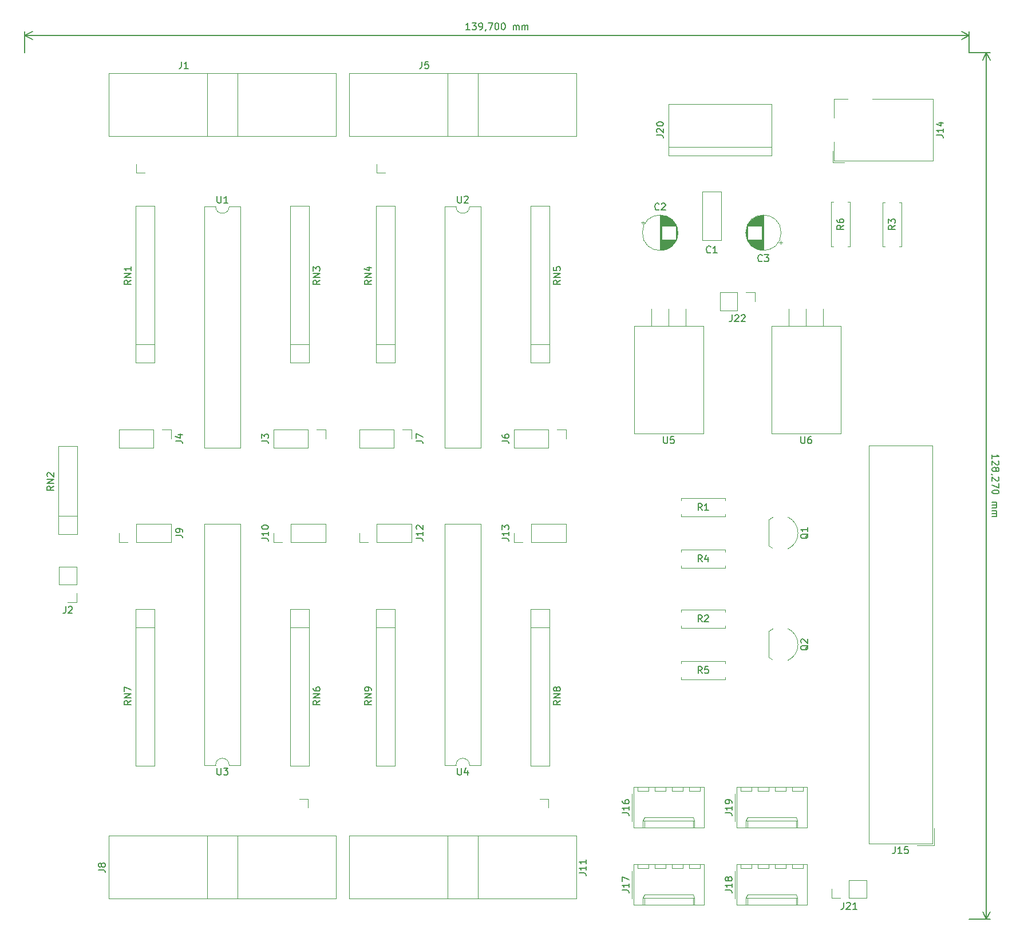
<source format=gbr>
G04 #@! TF.GenerationSoftware,KiCad,Pcbnew,(5.1.5)-3*
G04 #@! TF.CreationDate,2020-02-05T09:48:48+01:00*
G04 #@! TF.ProjectId,FGINT-V3-MASTER-64,4647494e-542d-4563-932d-4d4153544552,rev?*
G04 #@! TF.SameCoordinates,Original*
G04 #@! TF.FileFunction,Legend,Top*
G04 #@! TF.FilePolarity,Positive*
%FSLAX46Y46*%
G04 Gerber Fmt 4.6, Leading zero omitted, Abs format (unit mm)*
G04 Created by KiCad (PCBNEW (5.1.5)-3) date 2020-02-05 09:48:48*
%MOMM*%
%LPD*%
G04 APERTURE LIST*
%ADD10C,0.150000*%
%ADD11C,0.120000*%
G04 APERTURE END LIST*
D10*
X176292380Y-28362380D02*
X175720952Y-28362380D01*
X176006666Y-28362380D02*
X176006666Y-27362380D01*
X175911428Y-27505238D01*
X175816190Y-27600476D01*
X175720952Y-27648095D01*
X176625714Y-27362380D02*
X177244761Y-27362380D01*
X176911428Y-27743333D01*
X177054285Y-27743333D01*
X177149523Y-27790952D01*
X177197142Y-27838571D01*
X177244761Y-27933809D01*
X177244761Y-28171904D01*
X177197142Y-28267142D01*
X177149523Y-28314761D01*
X177054285Y-28362380D01*
X176768571Y-28362380D01*
X176673333Y-28314761D01*
X176625714Y-28267142D01*
X177720952Y-28362380D02*
X177911428Y-28362380D01*
X178006666Y-28314761D01*
X178054285Y-28267142D01*
X178149523Y-28124285D01*
X178197142Y-27933809D01*
X178197142Y-27552857D01*
X178149523Y-27457619D01*
X178101904Y-27410000D01*
X178006666Y-27362380D01*
X177816190Y-27362380D01*
X177720952Y-27410000D01*
X177673333Y-27457619D01*
X177625714Y-27552857D01*
X177625714Y-27790952D01*
X177673333Y-27886190D01*
X177720952Y-27933809D01*
X177816190Y-27981428D01*
X178006666Y-27981428D01*
X178101904Y-27933809D01*
X178149523Y-27886190D01*
X178197142Y-27790952D01*
X178673333Y-28314761D02*
X178673333Y-28362380D01*
X178625714Y-28457619D01*
X178578095Y-28505238D01*
X179006666Y-27362380D02*
X179673333Y-27362380D01*
X179244761Y-28362380D01*
X180244761Y-27362380D02*
X180340000Y-27362380D01*
X180435238Y-27410000D01*
X180482857Y-27457619D01*
X180530476Y-27552857D01*
X180578095Y-27743333D01*
X180578095Y-27981428D01*
X180530476Y-28171904D01*
X180482857Y-28267142D01*
X180435238Y-28314761D01*
X180340000Y-28362380D01*
X180244761Y-28362380D01*
X180149523Y-28314761D01*
X180101904Y-28267142D01*
X180054285Y-28171904D01*
X180006666Y-27981428D01*
X180006666Y-27743333D01*
X180054285Y-27552857D01*
X180101904Y-27457619D01*
X180149523Y-27410000D01*
X180244761Y-27362380D01*
X181197142Y-27362380D02*
X181292380Y-27362380D01*
X181387619Y-27410000D01*
X181435238Y-27457619D01*
X181482857Y-27552857D01*
X181530476Y-27743333D01*
X181530476Y-27981428D01*
X181482857Y-28171904D01*
X181435238Y-28267142D01*
X181387619Y-28314761D01*
X181292380Y-28362380D01*
X181197142Y-28362380D01*
X181101904Y-28314761D01*
X181054285Y-28267142D01*
X181006666Y-28171904D01*
X180959047Y-27981428D01*
X180959047Y-27743333D01*
X181006666Y-27552857D01*
X181054285Y-27457619D01*
X181101904Y-27410000D01*
X181197142Y-27362380D01*
X182720952Y-28362380D02*
X182720952Y-27695714D01*
X182720952Y-27790952D02*
X182768571Y-27743333D01*
X182863809Y-27695714D01*
X183006666Y-27695714D01*
X183101904Y-27743333D01*
X183149523Y-27838571D01*
X183149523Y-28362380D01*
X183149523Y-27838571D02*
X183197142Y-27743333D01*
X183292380Y-27695714D01*
X183435238Y-27695714D01*
X183530476Y-27743333D01*
X183578095Y-27838571D01*
X183578095Y-28362380D01*
X184054285Y-28362380D02*
X184054285Y-27695714D01*
X184054285Y-27790952D02*
X184101904Y-27743333D01*
X184197142Y-27695714D01*
X184340000Y-27695714D01*
X184435238Y-27743333D01*
X184482857Y-27838571D01*
X184482857Y-28362380D01*
X184482857Y-27838571D02*
X184530476Y-27743333D01*
X184625714Y-27695714D01*
X184768571Y-27695714D01*
X184863809Y-27743333D01*
X184911428Y-27838571D01*
X184911428Y-28362380D01*
X110490000Y-29210000D02*
X250190000Y-29210000D01*
X110490000Y-31750000D02*
X110490000Y-28623579D01*
X250190000Y-31750000D02*
X250190000Y-28623579D01*
X250190000Y-29210000D02*
X249063496Y-29796421D01*
X250190000Y-29210000D02*
X249063496Y-28623579D01*
X110490000Y-29210000D02*
X111616504Y-29796421D01*
X110490000Y-29210000D02*
X111616504Y-28623579D01*
X253577619Y-91837380D02*
X253577619Y-91265952D01*
X253577619Y-91551666D02*
X254577619Y-91551666D01*
X254434761Y-91456428D01*
X254339523Y-91361190D01*
X254291904Y-91265952D01*
X254482380Y-92218333D02*
X254530000Y-92265952D01*
X254577619Y-92361190D01*
X254577619Y-92599285D01*
X254530000Y-92694523D01*
X254482380Y-92742142D01*
X254387142Y-92789761D01*
X254291904Y-92789761D01*
X254149047Y-92742142D01*
X253577619Y-92170714D01*
X253577619Y-92789761D01*
X254149047Y-93361190D02*
X254196666Y-93265952D01*
X254244285Y-93218333D01*
X254339523Y-93170714D01*
X254387142Y-93170714D01*
X254482380Y-93218333D01*
X254530000Y-93265952D01*
X254577619Y-93361190D01*
X254577619Y-93551666D01*
X254530000Y-93646904D01*
X254482380Y-93694523D01*
X254387142Y-93742142D01*
X254339523Y-93742142D01*
X254244285Y-93694523D01*
X254196666Y-93646904D01*
X254149047Y-93551666D01*
X254149047Y-93361190D01*
X254101428Y-93265952D01*
X254053809Y-93218333D01*
X253958571Y-93170714D01*
X253768095Y-93170714D01*
X253672857Y-93218333D01*
X253625238Y-93265952D01*
X253577619Y-93361190D01*
X253577619Y-93551666D01*
X253625238Y-93646904D01*
X253672857Y-93694523D01*
X253768095Y-93742142D01*
X253958571Y-93742142D01*
X254053809Y-93694523D01*
X254101428Y-93646904D01*
X254149047Y-93551666D01*
X253625238Y-94218333D02*
X253577619Y-94218333D01*
X253482380Y-94170714D01*
X253434761Y-94123095D01*
X254482380Y-94599285D02*
X254530000Y-94646904D01*
X254577619Y-94742142D01*
X254577619Y-94980238D01*
X254530000Y-95075476D01*
X254482380Y-95123095D01*
X254387142Y-95170714D01*
X254291904Y-95170714D01*
X254149047Y-95123095D01*
X253577619Y-94551666D01*
X253577619Y-95170714D01*
X254577619Y-95504047D02*
X254577619Y-96170714D01*
X253577619Y-95742142D01*
X254577619Y-96742142D02*
X254577619Y-96837380D01*
X254530000Y-96932619D01*
X254482380Y-96980238D01*
X254387142Y-97027857D01*
X254196666Y-97075476D01*
X253958571Y-97075476D01*
X253768095Y-97027857D01*
X253672857Y-96980238D01*
X253625238Y-96932619D01*
X253577619Y-96837380D01*
X253577619Y-96742142D01*
X253625238Y-96646904D01*
X253672857Y-96599285D01*
X253768095Y-96551666D01*
X253958571Y-96504047D01*
X254196666Y-96504047D01*
X254387142Y-96551666D01*
X254482380Y-96599285D01*
X254530000Y-96646904D01*
X254577619Y-96742142D01*
X253577619Y-98265952D02*
X254244285Y-98265952D01*
X254149047Y-98265952D02*
X254196666Y-98313571D01*
X254244285Y-98408809D01*
X254244285Y-98551666D01*
X254196666Y-98646904D01*
X254101428Y-98694523D01*
X253577619Y-98694523D01*
X254101428Y-98694523D02*
X254196666Y-98742142D01*
X254244285Y-98837380D01*
X254244285Y-98980238D01*
X254196666Y-99075476D01*
X254101428Y-99123095D01*
X253577619Y-99123095D01*
X253577619Y-99599285D02*
X254244285Y-99599285D01*
X254149047Y-99599285D02*
X254196666Y-99646904D01*
X254244285Y-99742142D01*
X254244285Y-99885000D01*
X254196666Y-99980238D01*
X254101428Y-100027857D01*
X253577619Y-100027857D01*
X254101428Y-100027857D02*
X254196666Y-100075476D01*
X254244285Y-100170714D01*
X254244285Y-100313571D01*
X254196666Y-100408809D01*
X254101428Y-100456428D01*
X253577619Y-100456428D01*
X252730000Y-31750000D02*
X252730000Y-160020000D01*
X250190000Y-31750000D02*
X253316421Y-31750000D01*
X250190000Y-160020000D02*
X253316421Y-160020000D01*
X252730000Y-160020000D02*
X252143579Y-158893496D01*
X252730000Y-160020000D02*
X253316421Y-158893496D01*
X252730000Y-31750000D02*
X252143579Y-32876504D01*
X252730000Y-31750000D02*
X253316421Y-32876504D01*
D11*
X221137736Y-121682383D02*
G75*
G02X220550000Y-121290000I1112264J2302383D01*
G01*
X223348807Y-121736400D02*
G75*
G03X224850000Y-119380000I-1098807J2356400D01*
G01*
X223348807Y-117023600D02*
G75*
G02X224850000Y-119380000I-1098807J-2356400D01*
G01*
X221127955Y-117057369D02*
G75*
G03X220550000Y-117440000I1122045J-2322631D01*
G01*
X220550000Y-117440000D02*
X220550000Y-121290000D01*
X221137736Y-105172383D02*
G75*
G02X220550000Y-104780000I1112264J2302383D01*
G01*
X223348807Y-105226400D02*
G75*
G03X224850000Y-102870000I-1098807J2356400D01*
G01*
X223348807Y-100513600D02*
G75*
G02X224850000Y-102870000I-1098807J-2356400D01*
G01*
X221127955Y-100547369D02*
G75*
G03X220550000Y-100930000I1122045J-2322631D01*
G01*
X220550000Y-100930000D02*
X220550000Y-104780000D01*
X218500000Y-67250000D02*
X218500000Y-68580000D01*
X217170000Y-67250000D02*
X218500000Y-67250000D01*
X215900000Y-67250000D02*
X215900000Y-69910000D01*
X215900000Y-69910000D02*
X213300000Y-69910000D01*
X215900000Y-67250000D02*
X213300000Y-67250000D01*
X213300000Y-67250000D02*
X213300000Y-69910000D01*
X229810000Y-156905000D02*
X229810000Y-155575000D01*
X231140000Y-156905000D02*
X229810000Y-156905000D01*
X232410000Y-156905000D02*
X232410000Y-154245000D01*
X232410000Y-154245000D02*
X235010000Y-154245000D01*
X232410000Y-156905000D02*
X235010000Y-156905000D01*
X235010000Y-156905000D02*
X235010000Y-154245000D01*
X225590000Y-152510000D02*
X225590000Y-151910000D01*
X223990000Y-152510000D02*
X225590000Y-152510000D01*
X223990000Y-151910000D02*
X223990000Y-152510000D01*
X223050000Y-152510000D02*
X223050000Y-151910000D01*
X221450000Y-152510000D02*
X223050000Y-152510000D01*
X221450000Y-151910000D02*
X221450000Y-152510000D01*
X220510000Y-152510000D02*
X220510000Y-151910000D01*
X218910000Y-152510000D02*
X220510000Y-152510000D01*
X218910000Y-151910000D02*
X218910000Y-152510000D01*
X217970000Y-152510000D02*
X217970000Y-151910000D01*
X216370000Y-152510000D02*
X217970000Y-152510000D01*
X216370000Y-151910000D02*
X216370000Y-152510000D01*
X224540000Y-157930000D02*
X224540000Y-156930000D01*
X217420000Y-157930000D02*
X217420000Y-156930000D01*
X224540000Y-156400000D02*
X224790000Y-156930000D01*
X217420000Y-156400000D02*
X224540000Y-156400000D01*
X217170000Y-156930000D02*
X217420000Y-156400000D01*
X224790000Y-156930000D02*
X224790000Y-157930000D01*
X217170000Y-156930000D02*
X224790000Y-156930000D01*
X217170000Y-157930000D02*
X217170000Y-156930000D01*
X215500000Y-152940000D02*
X215500000Y-156940000D01*
X226170000Y-151910000D02*
X215790000Y-151910000D01*
X226170000Y-157930000D02*
X226170000Y-151910000D01*
X215790000Y-157930000D02*
X226170000Y-157930000D01*
X215790000Y-151910000D02*
X215790000Y-157930000D01*
X210350000Y-152510000D02*
X210350000Y-151910000D01*
X208750000Y-152510000D02*
X210350000Y-152510000D01*
X208750000Y-151910000D02*
X208750000Y-152510000D01*
X207810000Y-152510000D02*
X207810000Y-151910000D01*
X206210000Y-152510000D02*
X207810000Y-152510000D01*
X206210000Y-151910000D02*
X206210000Y-152510000D01*
X205270000Y-152510000D02*
X205270000Y-151910000D01*
X203670000Y-152510000D02*
X205270000Y-152510000D01*
X203670000Y-151910000D02*
X203670000Y-152510000D01*
X202730000Y-152510000D02*
X202730000Y-151910000D01*
X201130000Y-152510000D02*
X202730000Y-152510000D01*
X201130000Y-151910000D02*
X201130000Y-152510000D01*
X209300000Y-157930000D02*
X209300000Y-156930000D01*
X202180000Y-157930000D02*
X202180000Y-156930000D01*
X209300000Y-156400000D02*
X209550000Y-156930000D01*
X202180000Y-156400000D02*
X209300000Y-156400000D01*
X201930000Y-156930000D02*
X202180000Y-156400000D01*
X209550000Y-156930000D02*
X209550000Y-157930000D01*
X201930000Y-156930000D02*
X209550000Y-156930000D01*
X201930000Y-157930000D02*
X201930000Y-156930000D01*
X200260000Y-152940000D02*
X200260000Y-156940000D01*
X210930000Y-151910000D02*
X200550000Y-151910000D01*
X210930000Y-157930000D02*
X210930000Y-151910000D01*
X200550000Y-157930000D02*
X210930000Y-157930000D01*
X200550000Y-151910000D02*
X200550000Y-157930000D01*
X210350000Y-141080000D02*
X210350000Y-140480000D01*
X208750000Y-141080000D02*
X210350000Y-141080000D01*
X208750000Y-140480000D02*
X208750000Y-141080000D01*
X207810000Y-141080000D02*
X207810000Y-140480000D01*
X206210000Y-141080000D02*
X207810000Y-141080000D01*
X206210000Y-140480000D02*
X206210000Y-141080000D01*
X205270000Y-141080000D02*
X205270000Y-140480000D01*
X203670000Y-141080000D02*
X205270000Y-141080000D01*
X203670000Y-140480000D02*
X203670000Y-141080000D01*
X202730000Y-141080000D02*
X202730000Y-140480000D01*
X201130000Y-141080000D02*
X202730000Y-141080000D01*
X201130000Y-140480000D02*
X201130000Y-141080000D01*
X209300000Y-146500000D02*
X209300000Y-145500000D01*
X202180000Y-146500000D02*
X202180000Y-145500000D01*
X209300000Y-144970000D02*
X209550000Y-145500000D01*
X202180000Y-144970000D02*
X209300000Y-144970000D01*
X201930000Y-145500000D02*
X202180000Y-144970000D01*
X209550000Y-145500000D02*
X209550000Y-146500000D01*
X201930000Y-145500000D02*
X209550000Y-145500000D01*
X201930000Y-146500000D02*
X201930000Y-145500000D01*
X200260000Y-141510000D02*
X200260000Y-145510000D01*
X210930000Y-140480000D02*
X200550000Y-140480000D01*
X210930000Y-146500000D02*
X210930000Y-140480000D01*
X200550000Y-146500000D02*
X210930000Y-146500000D01*
X200550000Y-140480000D02*
X200550000Y-146500000D01*
X210720000Y-59540000D02*
X210720000Y-52300000D01*
X213460000Y-59540000D02*
X213460000Y-52300000D01*
X210720000Y-59540000D02*
X213460000Y-59540000D01*
X210720000Y-52300000D02*
X213460000Y-52300000D01*
X201895225Y-56695000D02*
X201895225Y-57195000D01*
X201645225Y-56945000D02*
X202145225Y-56945000D01*
X207051000Y-58136000D02*
X207051000Y-58704000D01*
X207011000Y-57902000D02*
X207011000Y-58938000D01*
X206971000Y-57743000D02*
X206971000Y-59097000D01*
X206931000Y-57615000D02*
X206931000Y-59225000D01*
X206891000Y-57505000D02*
X206891000Y-59335000D01*
X206851000Y-57409000D02*
X206851000Y-59431000D01*
X206811000Y-57322000D02*
X206811000Y-59518000D01*
X206771000Y-57242000D02*
X206771000Y-59598000D01*
X206731000Y-59460000D02*
X206731000Y-59671000D01*
X206731000Y-57169000D02*
X206731000Y-57380000D01*
X206691000Y-59460000D02*
X206691000Y-59739000D01*
X206691000Y-57101000D02*
X206691000Y-57380000D01*
X206651000Y-59460000D02*
X206651000Y-59803000D01*
X206651000Y-57037000D02*
X206651000Y-57380000D01*
X206611000Y-59460000D02*
X206611000Y-59863000D01*
X206611000Y-56977000D02*
X206611000Y-57380000D01*
X206571000Y-59460000D02*
X206571000Y-59920000D01*
X206571000Y-56920000D02*
X206571000Y-57380000D01*
X206531000Y-59460000D02*
X206531000Y-59974000D01*
X206531000Y-56866000D02*
X206531000Y-57380000D01*
X206491000Y-59460000D02*
X206491000Y-60025000D01*
X206491000Y-56815000D02*
X206491000Y-57380000D01*
X206451000Y-59460000D02*
X206451000Y-60073000D01*
X206451000Y-56767000D02*
X206451000Y-57380000D01*
X206411000Y-59460000D02*
X206411000Y-60119000D01*
X206411000Y-56721000D02*
X206411000Y-57380000D01*
X206371000Y-59460000D02*
X206371000Y-60163000D01*
X206371000Y-56677000D02*
X206371000Y-57380000D01*
X206331000Y-59460000D02*
X206331000Y-60205000D01*
X206331000Y-56635000D02*
X206331000Y-57380000D01*
X206291000Y-59460000D02*
X206291000Y-60246000D01*
X206291000Y-56594000D02*
X206291000Y-57380000D01*
X206251000Y-59460000D02*
X206251000Y-60284000D01*
X206251000Y-56556000D02*
X206251000Y-57380000D01*
X206211000Y-59460000D02*
X206211000Y-60321000D01*
X206211000Y-56519000D02*
X206211000Y-57380000D01*
X206171000Y-59460000D02*
X206171000Y-60357000D01*
X206171000Y-56483000D02*
X206171000Y-57380000D01*
X206131000Y-59460000D02*
X206131000Y-60391000D01*
X206131000Y-56449000D02*
X206131000Y-57380000D01*
X206091000Y-59460000D02*
X206091000Y-60424000D01*
X206091000Y-56416000D02*
X206091000Y-57380000D01*
X206051000Y-59460000D02*
X206051000Y-60455000D01*
X206051000Y-56385000D02*
X206051000Y-57380000D01*
X206011000Y-59460000D02*
X206011000Y-60485000D01*
X206011000Y-56355000D02*
X206011000Y-57380000D01*
X205971000Y-59460000D02*
X205971000Y-60515000D01*
X205971000Y-56325000D02*
X205971000Y-57380000D01*
X205931000Y-59460000D02*
X205931000Y-60542000D01*
X205931000Y-56298000D02*
X205931000Y-57380000D01*
X205891000Y-59460000D02*
X205891000Y-60569000D01*
X205891000Y-56271000D02*
X205891000Y-57380000D01*
X205851000Y-59460000D02*
X205851000Y-60595000D01*
X205851000Y-56245000D02*
X205851000Y-57380000D01*
X205811000Y-59460000D02*
X205811000Y-60620000D01*
X205811000Y-56220000D02*
X205811000Y-57380000D01*
X205771000Y-59460000D02*
X205771000Y-60644000D01*
X205771000Y-56196000D02*
X205771000Y-57380000D01*
X205731000Y-59460000D02*
X205731000Y-60667000D01*
X205731000Y-56173000D02*
X205731000Y-57380000D01*
X205691000Y-59460000D02*
X205691000Y-60688000D01*
X205691000Y-56152000D02*
X205691000Y-57380000D01*
X205651000Y-59460000D02*
X205651000Y-60710000D01*
X205651000Y-56130000D02*
X205651000Y-57380000D01*
X205611000Y-59460000D02*
X205611000Y-60730000D01*
X205611000Y-56110000D02*
X205611000Y-57380000D01*
X205571000Y-59460000D02*
X205571000Y-60749000D01*
X205571000Y-56091000D02*
X205571000Y-57380000D01*
X205531000Y-59460000D02*
X205531000Y-60768000D01*
X205531000Y-56072000D02*
X205531000Y-57380000D01*
X205491000Y-59460000D02*
X205491000Y-60785000D01*
X205491000Y-56055000D02*
X205491000Y-57380000D01*
X205451000Y-59460000D02*
X205451000Y-60802000D01*
X205451000Y-56038000D02*
X205451000Y-57380000D01*
X205411000Y-59460000D02*
X205411000Y-60818000D01*
X205411000Y-56022000D02*
X205411000Y-57380000D01*
X205371000Y-59460000D02*
X205371000Y-60834000D01*
X205371000Y-56006000D02*
X205371000Y-57380000D01*
X205331000Y-59460000D02*
X205331000Y-60848000D01*
X205331000Y-55992000D02*
X205331000Y-57380000D01*
X205291000Y-59460000D02*
X205291000Y-60862000D01*
X205291000Y-55978000D02*
X205291000Y-57380000D01*
X205251000Y-59460000D02*
X205251000Y-60875000D01*
X205251000Y-55965000D02*
X205251000Y-57380000D01*
X205211000Y-59460000D02*
X205211000Y-60888000D01*
X205211000Y-55952000D02*
X205211000Y-57380000D01*
X205171000Y-59460000D02*
X205171000Y-60900000D01*
X205171000Y-55940000D02*
X205171000Y-57380000D01*
X205130000Y-59460000D02*
X205130000Y-60911000D01*
X205130000Y-55929000D02*
X205130000Y-57380000D01*
X205090000Y-59460000D02*
X205090000Y-60921000D01*
X205090000Y-55919000D02*
X205090000Y-57380000D01*
X205050000Y-59460000D02*
X205050000Y-60931000D01*
X205050000Y-55909000D02*
X205050000Y-57380000D01*
X205010000Y-59460000D02*
X205010000Y-60940000D01*
X205010000Y-55900000D02*
X205010000Y-57380000D01*
X204970000Y-59460000D02*
X204970000Y-60948000D01*
X204970000Y-55892000D02*
X204970000Y-57380000D01*
X204930000Y-59460000D02*
X204930000Y-60956000D01*
X204930000Y-55884000D02*
X204930000Y-57380000D01*
X204890000Y-59460000D02*
X204890000Y-60963000D01*
X204890000Y-55877000D02*
X204890000Y-57380000D01*
X204850000Y-59460000D02*
X204850000Y-60970000D01*
X204850000Y-55870000D02*
X204850000Y-57380000D01*
X204810000Y-59460000D02*
X204810000Y-60976000D01*
X204810000Y-55864000D02*
X204810000Y-57380000D01*
X204770000Y-59460000D02*
X204770000Y-60981000D01*
X204770000Y-55859000D02*
X204770000Y-57380000D01*
X204730000Y-59460000D02*
X204730000Y-60985000D01*
X204730000Y-55855000D02*
X204730000Y-57380000D01*
X204690000Y-59460000D02*
X204690000Y-60989000D01*
X204690000Y-55851000D02*
X204690000Y-57380000D01*
X204650000Y-55847000D02*
X204650000Y-60993000D01*
X204610000Y-55844000D02*
X204610000Y-60996000D01*
X204570000Y-55842000D02*
X204570000Y-60998000D01*
X204530000Y-55841000D02*
X204530000Y-60999000D01*
X204490000Y-55840000D02*
X204490000Y-61000000D01*
X204450000Y-55840000D02*
X204450000Y-61000000D01*
X207070000Y-58420000D02*
G75*
G03X207070000Y-58420000I-2620000J0D01*
G01*
X222350000Y-58420000D02*
G75*
G03X222350000Y-58420000I-2620000J0D01*
G01*
X219730000Y-61000000D02*
X219730000Y-55840000D01*
X219690000Y-61000000D02*
X219690000Y-55840000D01*
X219650000Y-60999000D02*
X219650000Y-55841000D01*
X219610000Y-60998000D02*
X219610000Y-55842000D01*
X219570000Y-60996000D02*
X219570000Y-55844000D01*
X219530000Y-60993000D02*
X219530000Y-55847000D01*
X219490000Y-60989000D02*
X219490000Y-59460000D01*
X219490000Y-57380000D02*
X219490000Y-55851000D01*
X219450000Y-60985000D02*
X219450000Y-59460000D01*
X219450000Y-57380000D02*
X219450000Y-55855000D01*
X219410000Y-60981000D02*
X219410000Y-59460000D01*
X219410000Y-57380000D02*
X219410000Y-55859000D01*
X219370000Y-60976000D02*
X219370000Y-59460000D01*
X219370000Y-57380000D02*
X219370000Y-55864000D01*
X219330000Y-60970000D02*
X219330000Y-59460000D01*
X219330000Y-57380000D02*
X219330000Y-55870000D01*
X219290000Y-60963000D02*
X219290000Y-59460000D01*
X219290000Y-57380000D02*
X219290000Y-55877000D01*
X219250000Y-60956000D02*
X219250000Y-59460000D01*
X219250000Y-57380000D02*
X219250000Y-55884000D01*
X219210000Y-60948000D02*
X219210000Y-59460000D01*
X219210000Y-57380000D02*
X219210000Y-55892000D01*
X219170000Y-60940000D02*
X219170000Y-59460000D01*
X219170000Y-57380000D02*
X219170000Y-55900000D01*
X219130000Y-60931000D02*
X219130000Y-59460000D01*
X219130000Y-57380000D02*
X219130000Y-55909000D01*
X219090000Y-60921000D02*
X219090000Y-59460000D01*
X219090000Y-57380000D02*
X219090000Y-55919000D01*
X219050000Y-60911000D02*
X219050000Y-59460000D01*
X219050000Y-57380000D02*
X219050000Y-55929000D01*
X219009000Y-60900000D02*
X219009000Y-59460000D01*
X219009000Y-57380000D02*
X219009000Y-55940000D01*
X218969000Y-60888000D02*
X218969000Y-59460000D01*
X218969000Y-57380000D02*
X218969000Y-55952000D01*
X218929000Y-60875000D02*
X218929000Y-59460000D01*
X218929000Y-57380000D02*
X218929000Y-55965000D01*
X218889000Y-60862000D02*
X218889000Y-59460000D01*
X218889000Y-57380000D02*
X218889000Y-55978000D01*
X218849000Y-60848000D02*
X218849000Y-59460000D01*
X218849000Y-57380000D02*
X218849000Y-55992000D01*
X218809000Y-60834000D02*
X218809000Y-59460000D01*
X218809000Y-57380000D02*
X218809000Y-56006000D01*
X218769000Y-60818000D02*
X218769000Y-59460000D01*
X218769000Y-57380000D02*
X218769000Y-56022000D01*
X218729000Y-60802000D02*
X218729000Y-59460000D01*
X218729000Y-57380000D02*
X218729000Y-56038000D01*
X218689000Y-60785000D02*
X218689000Y-59460000D01*
X218689000Y-57380000D02*
X218689000Y-56055000D01*
X218649000Y-60768000D02*
X218649000Y-59460000D01*
X218649000Y-57380000D02*
X218649000Y-56072000D01*
X218609000Y-60749000D02*
X218609000Y-59460000D01*
X218609000Y-57380000D02*
X218609000Y-56091000D01*
X218569000Y-60730000D02*
X218569000Y-59460000D01*
X218569000Y-57380000D02*
X218569000Y-56110000D01*
X218529000Y-60710000D02*
X218529000Y-59460000D01*
X218529000Y-57380000D02*
X218529000Y-56130000D01*
X218489000Y-60688000D02*
X218489000Y-59460000D01*
X218489000Y-57380000D02*
X218489000Y-56152000D01*
X218449000Y-60667000D02*
X218449000Y-59460000D01*
X218449000Y-57380000D02*
X218449000Y-56173000D01*
X218409000Y-60644000D02*
X218409000Y-59460000D01*
X218409000Y-57380000D02*
X218409000Y-56196000D01*
X218369000Y-60620000D02*
X218369000Y-59460000D01*
X218369000Y-57380000D02*
X218369000Y-56220000D01*
X218329000Y-60595000D02*
X218329000Y-59460000D01*
X218329000Y-57380000D02*
X218329000Y-56245000D01*
X218289000Y-60569000D02*
X218289000Y-59460000D01*
X218289000Y-57380000D02*
X218289000Y-56271000D01*
X218249000Y-60542000D02*
X218249000Y-59460000D01*
X218249000Y-57380000D02*
X218249000Y-56298000D01*
X218209000Y-60515000D02*
X218209000Y-59460000D01*
X218209000Y-57380000D02*
X218209000Y-56325000D01*
X218169000Y-60485000D02*
X218169000Y-59460000D01*
X218169000Y-57380000D02*
X218169000Y-56355000D01*
X218129000Y-60455000D02*
X218129000Y-59460000D01*
X218129000Y-57380000D02*
X218129000Y-56385000D01*
X218089000Y-60424000D02*
X218089000Y-59460000D01*
X218089000Y-57380000D02*
X218089000Y-56416000D01*
X218049000Y-60391000D02*
X218049000Y-59460000D01*
X218049000Y-57380000D02*
X218049000Y-56449000D01*
X218009000Y-60357000D02*
X218009000Y-59460000D01*
X218009000Y-57380000D02*
X218009000Y-56483000D01*
X217969000Y-60321000D02*
X217969000Y-59460000D01*
X217969000Y-57380000D02*
X217969000Y-56519000D01*
X217929000Y-60284000D02*
X217929000Y-59460000D01*
X217929000Y-57380000D02*
X217929000Y-56556000D01*
X217889000Y-60246000D02*
X217889000Y-59460000D01*
X217889000Y-57380000D02*
X217889000Y-56594000D01*
X217849000Y-60205000D02*
X217849000Y-59460000D01*
X217849000Y-57380000D02*
X217849000Y-56635000D01*
X217809000Y-60163000D02*
X217809000Y-59460000D01*
X217809000Y-57380000D02*
X217809000Y-56677000D01*
X217769000Y-60119000D02*
X217769000Y-59460000D01*
X217769000Y-57380000D02*
X217769000Y-56721000D01*
X217729000Y-60073000D02*
X217729000Y-59460000D01*
X217729000Y-57380000D02*
X217729000Y-56767000D01*
X217689000Y-60025000D02*
X217689000Y-59460000D01*
X217689000Y-57380000D02*
X217689000Y-56815000D01*
X217649000Y-59974000D02*
X217649000Y-59460000D01*
X217649000Y-57380000D02*
X217649000Y-56866000D01*
X217609000Y-59920000D02*
X217609000Y-59460000D01*
X217609000Y-57380000D02*
X217609000Y-56920000D01*
X217569000Y-59863000D02*
X217569000Y-59460000D01*
X217569000Y-57380000D02*
X217569000Y-56977000D01*
X217529000Y-59803000D02*
X217529000Y-59460000D01*
X217529000Y-57380000D02*
X217529000Y-57037000D01*
X217489000Y-59739000D02*
X217489000Y-59460000D01*
X217489000Y-57380000D02*
X217489000Y-57101000D01*
X217449000Y-59671000D02*
X217449000Y-59460000D01*
X217449000Y-57380000D02*
X217449000Y-57169000D01*
X217409000Y-59598000D02*
X217409000Y-57242000D01*
X217369000Y-59518000D02*
X217369000Y-57322000D01*
X217329000Y-59431000D02*
X217329000Y-57409000D01*
X217289000Y-59335000D02*
X217289000Y-57505000D01*
X217249000Y-59225000D02*
X217249000Y-57615000D01*
X217209000Y-59097000D02*
X217209000Y-57743000D01*
X217169000Y-58938000D02*
X217169000Y-57902000D01*
X217129000Y-58704000D02*
X217129000Y-58136000D01*
X222534775Y-59895000D02*
X222034775Y-59895000D01*
X222284775Y-60145000D02*
X222284775Y-59645000D01*
X235800000Y-38580000D02*
X244800000Y-38580000D01*
X244800000Y-38580000D02*
X244800000Y-47780000D01*
X244800000Y-47780000D02*
X230200000Y-47780000D01*
X230200000Y-47780000D02*
X230200000Y-44980000D01*
X230200000Y-41380000D02*
X230200000Y-38580000D01*
X230200000Y-38580000D02*
X232200000Y-38580000D01*
X231700000Y-48020000D02*
X229960000Y-48020000D01*
X229960000Y-48020000D02*
X229960000Y-46280000D01*
X235355000Y-148860000D02*
X235355000Y-89900000D01*
X235355000Y-89900000D02*
X244705000Y-89900000D01*
X244705000Y-89900000D02*
X244705000Y-148860000D01*
X244705000Y-148860000D02*
X235355000Y-148860000D01*
X244955000Y-149110000D02*
X244955000Y-146570000D01*
X244955000Y-149110000D02*
X242415000Y-149110000D01*
X207550000Y-98020000D02*
X207550000Y-97690000D01*
X207550000Y-97690000D02*
X214090000Y-97690000D01*
X214090000Y-97690000D02*
X214090000Y-98020000D01*
X207550000Y-100100000D02*
X207550000Y-100430000D01*
X207550000Y-100430000D02*
X214090000Y-100430000D01*
X214090000Y-100430000D02*
X214090000Y-100100000D01*
X214090000Y-116940000D02*
X214090000Y-116610000D01*
X207550000Y-116940000D02*
X214090000Y-116940000D01*
X207550000Y-116610000D02*
X207550000Y-116940000D01*
X214090000Y-114200000D02*
X214090000Y-114530000D01*
X207550000Y-114200000D02*
X214090000Y-114200000D01*
X207550000Y-114530000D02*
X207550000Y-114200000D01*
X237720000Y-60460000D02*
X237390000Y-60460000D01*
X237390000Y-60460000D02*
X237390000Y-53920000D01*
X237390000Y-53920000D02*
X237720000Y-53920000D01*
X239800000Y-60460000D02*
X240130000Y-60460000D01*
X240130000Y-60460000D02*
X240130000Y-53920000D01*
X240130000Y-53920000D02*
X239800000Y-53920000D01*
X214090000Y-108050000D02*
X214090000Y-107720000D01*
X207550000Y-108050000D02*
X214090000Y-108050000D01*
X207550000Y-107720000D02*
X207550000Y-108050000D01*
X214090000Y-105310000D02*
X214090000Y-105640000D01*
X207550000Y-105310000D02*
X214090000Y-105310000D01*
X207550000Y-105640000D02*
X207550000Y-105310000D01*
X207550000Y-122150000D02*
X207550000Y-121820000D01*
X207550000Y-121820000D02*
X214090000Y-121820000D01*
X214090000Y-121820000D02*
X214090000Y-122150000D01*
X207550000Y-124230000D02*
X207550000Y-124560000D01*
X207550000Y-124560000D02*
X214090000Y-124560000D01*
X214090000Y-124560000D02*
X214090000Y-124230000D01*
X229770000Y-60420000D02*
X230100000Y-60420000D01*
X229770000Y-53880000D02*
X229770000Y-60420000D01*
X230100000Y-53880000D02*
X229770000Y-53880000D01*
X232510000Y-60420000D02*
X232180000Y-60420000D01*
X232510000Y-53880000D02*
X232510000Y-60420000D01*
X232180000Y-53880000D02*
X232510000Y-53880000D01*
X149730000Y-77640000D02*
X152530000Y-77640000D01*
X152530000Y-77640000D02*
X152530000Y-54440000D01*
X152530000Y-54440000D02*
X149730000Y-54440000D01*
X149730000Y-54440000D02*
X149730000Y-77640000D01*
X149730000Y-74930000D02*
X152530000Y-74930000D01*
X126870000Y-74930000D02*
X129670000Y-74930000D01*
X126870000Y-54440000D02*
X126870000Y-77640000D01*
X129670000Y-54440000D02*
X126870000Y-54440000D01*
X129670000Y-77640000D02*
X129670000Y-54440000D01*
X126870000Y-77640000D02*
X129670000Y-77640000D01*
X185290000Y-77640000D02*
X188090000Y-77640000D01*
X188090000Y-77640000D02*
X188090000Y-54440000D01*
X188090000Y-54440000D02*
X185290000Y-54440000D01*
X185290000Y-54440000D02*
X185290000Y-77640000D01*
X185290000Y-74930000D02*
X188090000Y-74930000D01*
X162430000Y-74930000D02*
X165230000Y-74930000D01*
X162430000Y-54440000D02*
X162430000Y-77640000D01*
X165230000Y-54440000D02*
X162430000Y-54440000D01*
X165230000Y-77640000D02*
X165230000Y-54440000D01*
X162430000Y-77640000D02*
X165230000Y-77640000D01*
X142350000Y-54550000D02*
X140700000Y-54550000D01*
X142350000Y-90230000D02*
X142350000Y-54550000D01*
X137050000Y-90230000D02*
X142350000Y-90230000D01*
X137050000Y-54550000D02*
X137050000Y-90230000D01*
X138700000Y-54550000D02*
X137050000Y-54550000D01*
X140700000Y-54550000D02*
G75*
G02X138700000Y-54550000I-1000000J0D01*
G01*
X177910000Y-54550000D02*
X176260000Y-54550000D01*
X177910000Y-90230000D02*
X177910000Y-54550000D01*
X172610000Y-90230000D02*
X177910000Y-90230000D01*
X172610000Y-54550000D02*
X172610000Y-90230000D01*
X174260000Y-54550000D02*
X172610000Y-54550000D01*
X176260000Y-54550000D02*
G75*
G02X174260000Y-54550000I-1000000J0D01*
G01*
X203200000Y-72270000D02*
X203200000Y-69730000D01*
X205740000Y-72270000D02*
X205740000Y-69730000D01*
X208280000Y-72270000D02*
X208280000Y-69730000D01*
X200620000Y-88160000D02*
X200620000Y-72270000D01*
X210860000Y-88160000D02*
X210860000Y-72270000D01*
X210860000Y-88160000D02*
X200620000Y-88160000D01*
X210860000Y-72270000D02*
X200620000Y-72270000D01*
X231180000Y-72270000D02*
X220940000Y-72270000D01*
X231180000Y-88160000D02*
X220940000Y-88160000D01*
X231180000Y-88160000D02*
X231180000Y-72270000D01*
X220940000Y-88160000D02*
X220940000Y-72270000D01*
X228600000Y-72270000D02*
X228600000Y-69730000D01*
X226060000Y-72270000D02*
X226060000Y-69730000D01*
X223520000Y-72270000D02*
X223520000Y-69730000D01*
X215790000Y-140480000D02*
X215790000Y-146500000D01*
X215790000Y-146500000D02*
X226170000Y-146500000D01*
X226170000Y-146500000D02*
X226170000Y-140480000D01*
X226170000Y-140480000D02*
X215790000Y-140480000D01*
X215500000Y-141510000D02*
X215500000Y-145510000D01*
X217170000Y-146500000D02*
X217170000Y-145500000D01*
X217170000Y-145500000D02*
X224790000Y-145500000D01*
X224790000Y-145500000D02*
X224790000Y-146500000D01*
X217170000Y-145500000D02*
X217420000Y-144970000D01*
X217420000Y-144970000D02*
X224540000Y-144970000D01*
X224540000Y-144970000D02*
X224790000Y-145500000D01*
X217420000Y-146500000D02*
X217420000Y-145500000D01*
X224540000Y-146500000D02*
X224540000Y-145500000D01*
X216370000Y-140480000D02*
X216370000Y-141080000D01*
X216370000Y-141080000D02*
X217970000Y-141080000D01*
X217970000Y-141080000D02*
X217970000Y-140480000D01*
X218910000Y-140480000D02*
X218910000Y-141080000D01*
X218910000Y-141080000D02*
X220510000Y-141080000D01*
X220510000Y-141080000D02*
X220510000Y-140480000D01*
X221450000Y-140480000D02*
X221450000Y-141080000D01*
X221450000Y-141080000D02*
X223050000Y-141080000D01*
X223050000Y-141080000D02*
X223050000Y-140480000D01*
X223990000Y-140480000D02*
X223990000Y-141080000D01*
X223990000Y-141080000D02*
X225590000Y-141080000D01*
X225590000Y-141080000D02*
X225590000Y-140480000D01*
X137450000Y-44130000D02*
X137450000Y-34780000D01*
X156480000Y-44130000D02*
X122920000Y-44130000D01*
X156480000Y-44130000D02*
X156480000Y-34780000D01*
X141950000Y-44130000D02*
X141950000Y-34780000D01*
X122920000Y-44130000D02*
X122920000Y-34780000D01*
X122920000Y-34780000D02*
X156480000Y-34780000D01*
X127000000Y-48260000D02*
X127000000Y-49530000D01*
X127000000Y-49530000D02*
X128270000Y-49530000D01*
X118170000Y-107890000D02*
X115510000Y-107890000D01*
X118170000Y-110490000D02*
X118170000Y-107890000D01*
X115510000Y-110490000D02*
X115510000Y-107890000D01*
X118170000Y-110490000D02*
X115510000Y-110490000D01*
X118170000Y-111760000D02*
X118170000Y-113090000D01*
X118170000Y-113090000D02*
X116840000Y-113090000D01*
X155000000Y-87570000D02*
X155000000Y-88900000D01*
X153670000Y-87570000D02*
X155000000Y-87570000D01*
X152400000Y-87570000D02*
X152400000Y-90230000D01*
X152400000Y-90230000D02*
X147260000Y-90230000D01*
X152400000Y-87570000D02*
X147260000Y-87570000D01*
X147260000Y-87570000D02*
X147260000Y-90230000D01*
X124400000Y-87570000D02*
X124400000Y-90230000D01*
X129540000Y-87570000D02*
X124400000Y-87570000D01*
X129540000Y-90230000D02*
X124400000Y-90230000D01*
X129540000Y-87570000D02*
X129540000Y-90230000D01*
X130810000Y-87570000D02*
X132140000Y-87570000D01*
X132140000Y-87570000D02*
X132140000Y-88900000D01*
X162560000Y-49530000D02*
X163830000Y-49530000D01*
X162560000Y-48260000D02*
X162560000Y-49530000D01*
X158480000Y-34780000D02*
X192040000Y-34780000D01*
X158480000Y-44130000D02*
X158480000Y-34780000D01*
X177510000Y-44130000D02*
X177510000Y-34780000D01*
X192040000Y-44130000D02*
X192040000Y-34780000D01*
X192040000Y-44130000D02*
X158480000Y-44130000D01*
X173010000Y-44130000D02*
X173010000Y-34780000D01*
X182820000Y-87570000D02*
X182820000Y-90230000D01*
X187960000Y-87570000D02*
X182820000Y-87570000D01*
X187960000Y-90230000D02*
X182820000Y-90230000D01*
X187960000Y-87570000D02*
X187960000Y-90230000D01*
X189230000Y-87570000D02*
X190560000Y-87570000D01*
X190560000Y-87570000D02*
X190560000Y-88900000D01*
X167700000Y-87570000D02*
X167700000Y-88900000D01*
X166370000Y-87570000D02*
X167700000Y-87570000D01*
X165100000Y-87570000D02*
X165100000Y-90230000D01*
X165100000Y-90230000D02*
X159960000Y-90230000D01*
X165100000Y-87570000D02*
X159960000Y-87570000D01*
X159960000Y-87570000D02*
X159960000Y-90230000D01*
X141950000Y-147640000D02*
X141950000Y-156990000D01*
X122920000Y-147640000D02*
X156480000Y-147640000D01*
X122920000Y-147640000D02*
X122920000Y-156990000D01*
X137450000Y-147640000D02*
X137450000Y-156990000D01*
X156480000Y-147640000D02*
X156480000Y-156990000D01*
X156480000Y-156990000D02*
X122920000Y-156990000D01*
X152400000Y-143510000D02*
X152400000Y-142240000D01*
X152400000Y-142240000D02*
X151130000Y-142240000D01*
X124400000Y-104200000D02*
X124400000Y-102870000D01*
X125730000Y-104200000D02*
X124400000Y-104200000D01*
X127000000Y-104200000D02*
X127000000Y-101540000D01*
X127000000Y-101540000D02*
X132140000Y-101540000D01*
X127000000Y-104200000D02*
X132140000Y-104200000D01*
X132140000Y-104200000D02*
X132140000Y-101540000D01*
X147260000Y-104200000D02*
X147260000Y-102870000D01*
X148590000Y-104200000D02*
X147260000Y-104200000D01*
X149860000Y-104200000D02*
X149860000Y-101540000D01*
X149860000Y-101540000D02*
X155000000Y-101540000D01*
X149860000Y-104200000D02*
X155000000Y-104200000D01*
X155000000Y-104200000D02*
X155000000Y-101540000D01*
X187960000Y-142240000D02*
X186690000Y-142240000D01*
X187960000Y-143510000D02*
X187960000Y-142240000D01*
X192040000Y-156990000D02*
X158480000Y-156990000D01*
X192040000Y-147640000D02*
X192040000Y-156990000D01*
X173010000Y-147640000D02*
X173010000Y-156990000D01*
X158480000Y-147640000D02*
X158480000Y-156990000D01*
X158480000Y-147640000D02*
X192040000Y-147640000D01*
X177510000Y-147640000D02*
X177510000Y-156990000D01*
X167700000Y-104200000D02*
X167700000Y-101540000D01*
X162560000Y-104200000D02*
X167700000Y-104200000D01*
X162560000Y-101540000D02*
X167700000Y-101540000D01*
X162560000Y-104200000D02*
X162560000Y-101540000D01*
X161290000Y-104200000D02*
X159960000Y-104200000D01*
X159960000Y-104200000D02*
X159960000Y-102870000D01*
X190560000Y-104200000D02*
X190560000Y-101540000D01*
X185420000Y-104200000D02*
X190560000Y-104200000D01*
X185420000Y-101540000D02*
X190560000Y-101540000D01*
X185420000Y-104200000D02*
X185420000Y-101540000D01*
X184150000Y-104200000D02*
X182820000Y-104200000D01*
X182820000Y-104200000D02*
X182820000Y-102870000D01*
X115440000Y-103040000D02*
X118240000Y-103040000D01*
X118240000Y-103040000D02*
X118240000Y-90000000D01*
X118240000Y-90000000D02*
X115440000Y-90000000D01*
X115440000Y-90000000D02*
X115440000Y-103040000D01*
X115440000Y-100330000D02*
X118240000Y-100330000D01*
X152530000Y-114130000D02*
X149730000Y-114130000D01*
X149730000Y-114130000D02*
X149730000Y-137330000D01*
X149730000Y-137330000D02*
X152530000Y-137330000D01*
X152530000Y-137330000D02*
X152530000Y-114130000D01*
X152530000Y-116840000D02*
X149730000Y-116840000D01*
X129670000Y-114130000D02*
X126870000Y-114130000D01*
X126870000Y-114130000D02*
X126870000Y-137330000D01*
X126870000Y-137330000D02*
X129670000Y-137330000D01*
X129670000Y-137330000D02*
X129670000Y-114130000D01*
X129670000Y-116840000D02*
X126870000Y-116840000D01*
X188090000Y-116840000D02*
X185290000Y-116840000D01*
X188090000Y-137330000D02*
X188090000Y-114130000D01*
X185290000Y-137330000D02*
X188090000Y-137330000D01*
X185290000Y-114130000D02*
X185290000Y-137330000D01*
X188090000Y-114130000D02*
X185290000Y-114130000D01*
X165230000Y-116840000D02*
X162430000Y-116840000D01*
X165230000Y-137330000D02*
X165230000Y-114130000D01*
X162430000Y-137330000D02*
X165230000Y-137330000D01*
X162430000Y-114130000D02*
X162430000Y-137330000D01*
X165230000Y-114130000D02*
X162430000Y-114130000D01*
X138700000Y-137220000D02*
G75*
G02X140700000Y-137220000I1000000J0D01*
G01*
X140700000Y-137220000D02*
X142350000Y-137220000D01*
X142350000Y-137220000D02*
X142350000Y-101540000D01*
X142350000Y-101540000D02*
X137050000Y-101540000D01*
X137050000Y-101540000D02*
X137050000Y-137220000D01*
X137050000Y-137220000D02*
X138700000Y-137220000D01*
X172610000Y-137220000D02*
X174260000Y-137220000D01*
X172610000Y-101540000D02*
X172610000Y-137220000D01*
X177910000Y-101540000D02*
X172610000Y-101540000D01*
X177910000Y-137220000D02*
X177910000Y-101540000D01*
X176260000Y-137220000D02*
X177910000Y-137220000D01*
X174260000Y-137220000D02*
G75*
G02X176260000Y-137220000I1000000J0D01*
G01*
X205740000Y-46990000D02*
X205740000Y-39370000D01*
X220980000Y-46990000D02*
X220980000Y-39370000D01*
X205740000Y-45720000D02*
X220980000Y-45720000D01*
X205740000Y-39370000D02*
X220980000Y-39370000D01*
X205740000Y-46990000D02*
X220980000Y-46990000D01*
D10*
X226357619Y-119475238D02*
X226310000Y-119570476D01*
X226214761Y-119665714D01*
X226071904Y-119808571D01*
X226024285Y-119903809D01*
X226024285Y-119999047D01*
X226262380Y-119951428D02*
X226214761Y-120046666D01*
X226119523Y-120141904D01*
X225929047Y-120189523D01*
X225595714Y-120189523D01*
X225405238Y-120141904D01*
X225310000Y-120046666D01*
X225262380Y-119951428D01*
X225262380Y-119760952D01*
X225310000Y-119665714D01*
X225405238Y-119570476D01*
X225595714Y-119522857D01*
X225929047Y-119522857D01*
X226119523Y-119570476D01*
X226214761Y-119665714D01*
X226262380Y-119760952D01*
X226262380Y-119951428D01*
X225357619Y-119141904D02*
X225310000Y-119094285D01*
X225262380Y-118999047D01*
X225262380Y-118760952D01*
X225310000Y-118665714D01*
X225357619Y-118618095D01*
X225452857Y-118570476D01*
X225548095Y-118570476D01*
X225690952Y-118618095D01*
X226262380Y-119189523D01*
X226262380Y-118570476D01*
X226357619Y-102965238D02*
X226310000Y-103060476D01*
X226214761Y-103155714D01*
X226071904Y-103298571D01*
X226024285Y-103393809D01*
X226024285Y-103489047D01*
X226262380Y-103441428D02*
X226214761Y-103536666D01*
X226119523Y-103631904D01*
X225929047Y-103679523D01*
X225595714Y-103679523D01*
X225405238Y-103631904D01*
X225310000Y-103536666D01*
X225262380Y-103441428D01*
X225262380Y-103250952D01*
X225310000Y-103155714D01*
X225405238Y-103060476D01*
X225595714Y-103012857D01*
X225929047Y-103012857D01*
X226119523Y-103060476D01*
X226214761Y-103155714D01*
X226262380Y-103250952D01*
X226262380Y-103441428D01*
X226262380Y-102060476D02*
X226262380Y-102631904D01*
X226262380Y-102346190D02*
X225262380Y-102346190D01*
X225405238Y-102441428D01*
X225500476Y-102536666D01*
X225548095Y-102631904D01*
X215090476Y-70572380D02*
X215090476Y-71286666D01*
X215042857Y-71429523D01*
X214947619Y-71524761D01*
X214804761Y-71572380D01*
X214709523Y-71572380D01*
X215519047Y-70667619D02*
X215566666Y-70620000D01*
X215661904Y-70572380D01*
X215900000Y-70572380D01*
X215995238Y-70620000D01*
X216042857Y-70667619D01*
X216090476Y-70762857D01*
X216090476Y-70858095D01*
X216042857Y-71000952D01*
X215471428Y-71572380D01*
X216090476Y-71572380D01*
X216471428Y-70667619D02*
X216519047Y-70620000D01*
X216614285Y-70572380D01*
X216852380Y-70572380D01*
X216947619Y-70620000D01*
X216995238Y-70667619D01*
X217042857Y-70762857D01*
X217042857Y-70858095D01*
X216995238Y-71000952D01*
X216423809Y-71572380D01*
X217042857Y-71572380D01*
X231600476Y-157567380D02*
X231600476Y-158281666D01*
X231552857Y-158424523D01*
X231457619Y-158519761D01*
X231314761Y-158567380D01*
X231219523Y-158567380D01*
X232029047Y-157662619D02*
X232076666Y-157615000D01*
X232171904Y-157567380D01*
X232410000Y-157567380D01*
X232505238Y-157615000D01*
X232552857Y-157662619D01*
X232600476Y-157757857D01*
X232600476Y-157853095D01*
X232552857Y-157995952D01*
X231981428Y-158567380D01*
X232600476Y-158567380D01*
X233552857Y-158567380D02*
X232981428Y-158567380D01*
X233267142Y-158567380D02*
X233267142Y-157567380D01*
X233171904Y-157710238D01*
X233076666Y-157805476D01*
X232981428Y-157853095D01*
X214082380Y-155749523D02*
X214796666Y-155749523D01*
X214939523Y-155797142D01*
X215034761Y-155892380D01*
X215082380Y-156035238D01*
X215082380Y-156130476D01*
X215082380Y-154749523D02*
X215082380Y-155320952D01*
X215082380Y-155035238D02*
X214082380Y-155035238D01*
X214225238Y-155130476D01*
X214320476Y-155225714D01*
X214368095Y-155320952D01*
X214510952Y-154178095D02*
X214463333Y-154273333D01*
X214415714Y-154320952D01*
X214320476Y-154368571D01*
X214272857Y-154368571D01*
X214177619Y-154320952D01*
X214130000Y-154273333D01*
X214082380Y-154178095D01*
X214082380Y-153987619D01*
X214130000Y-153892380D01*
X214177619Y-153844761D01*
X214272857Y-153797142D01*
X214320476Y-153797142D01*
X214415714Y-153844761D01*
X214463333Y-153892380D01*
X214510952Y-153987619D01*
X214510952Y-154178095D01*
X214558571Y-154273333D01*
X214606190Y-154320952D01*
X214701428Y-154368571D01*
X214891904Y-154368571D01*
X214987142Y-154320952D01*
X215034761Y-154273333D01*
X215082380Y-154178095D01*
X215082380Y-153987619D01*
X215034761Y-153892380D01*
X214987142Y-153844761D01*
X214891904Y-153797142D01*
X214701428Y-153797142D01*
X214606190Y-153844761D01*
X214558571Y-153892380D01*
X214510952Y-153987619D01*
X198842380Y-155749523D02*
X199556666Y-155749523D01*
X199699523Y-155797142D01*
X199794761Y-155892380D01*
X199842380Y-156035238D01*
X199842380Y-156130476D01*
X199842380Y-154749523D02*
X199842380Y-155320952D01*
X199842380Y-155035238D02*
X198842380Y-155035238D01*
X198985238Y-155130476D01*
X199080476Y-155225714D01*
X199128095Y-155320952D01*
X198842380Y-154416190D02*
X198842380Y-153749523D01*
X199842380Y-154178095D01*
X198842380Y-144319523D02*
X199556666Y-144319523D01*
X199699523Y-144367142D01*
X199794761Y-144462380D01*
X199842380Y-144605238D01*
X199842380Y-144700476D01*
X199842380Y-143319523D02*
X199842380Y-143890952D01*
X199842380Y-143605238D02*
X198842380Y-143605238D01*
X198985238Y-143700476D01*
X199080476Y-143795714D01*
X199128095Y-143890952D01*
X198842380Y-142462380D02*
X198842380Y-142652857D01*
X198890000Y-142748095D01*
X198937619Y-142795714D01*
X199080476Y-142890952D01*
X199270952Y-142938571D01*
X199651904Y-142938571D01*
X199747142Y-142890952D01*
X199794761Y-142843333D01*
X199842380Y-142748095D01*
X199842380Y-142557619D01*
X199794761Y-142462380D01*
X199747142Y-142414761D01*
X199651904Y-142367142D01*
X199413809Y-142367142D01*
X199318571Y-142414761D01*
X199270952Y-142462380D01*
X199223333Y-142557619D01*
X199223333Y-142748095D01*
X199270952Y-142843333D01*
X199318571Y-142890952D01*
X199413809Y-142938571D01*
X211923333Y-61317142D02*
X211875714Y-61364761D01*
X211732857Y-61412380D01*
X211637619Y-61412380D01*
X211494761Y-61364761D01*
X211399523Y-61269523D01*
X211351904Y-61174285D01*
X211304285Y-60983809D01*
X211304285Y-60840952D01*
X211351904Y-60650476D01*
X211399523Y-60555238D01*
X211494761Y-60460000D01*
X211637619Y-60412380D01*
X211732857Y-60412380D01*
X211875714Y-60460000D01*
X211923333Y-60507619D01*
X212875714Y-61412380D02*
X212304285Y-61412380D01*
X212590000Y-61412380D02*
X212590000Y-60412380D01*
X212494761Y-60555238D01*
X212399523Y-60650476D01*
X212304285Y-60698095D01*
X204283333Y-54967142D02*
X204235714Y-55014761D01*
X204092857Y-55062380D01*
X203997619Y-55062380D01*
X203854761Y-55014761D01*
X203759523Y-54919523D01*
X203711904Y-54824285D01*
X203664285Y-54633809D01*
X203664285Y-54490952D01*
X203711904Y-54300476D01*
X203759523Y-54205238D01*
X203854761Y-54110000D01*
X203997619Y-54062380D01*
X204092857Y-54062380D01*
X204235714Y-54110000D01*
X204283333Y-54157619D01*
X204664285Y-54157619D02*
X204711904Y-54110000D01*
X204807142Y-54062380D01*
X205045238Y-54062380D01*
X205140476Y-54110000D01*
X205188095Y-54157619D01*
X205235714Y-54252857D01*
X205235714Y-54348095D01*
X205188095Y-54490952D01*
X204616666Y-55062380D01*
X205235714Y-55062380D01*
X219543333Y-62587142D02*
X219495714Y-62634761D01*
X219352857Y-62682380D01*
X219257619Y-62682380D01*
X219114761Y-62634761D01*
X219019523Y-62539523D01*
X218971904Y-62444285D01*
X218924285Y-62253809D01*
X218924285Y-62110952D01*
X218971904Y-61920476D01*
X219019523Y-61825238D01*
X219114761Y-61730000D01*
X219257619Y-61682380D01*
X219352857Y-61682380D01*
X219495714Y-61730000D01*
X219543333Y-61777619D01*
X219876666Y-61682380D02*
X220495714Y-61682380D01*
X220162380Y-62063333D01*
X220305238Y-62063333D01*
X220400476Y-62110952D01*
X220448095Y-62158571D01*
X220495714Y-62253809D01*
X220495714Y-62491904D01*
X220448095Y-62587142D01*
X220400476Y-62634761D01*
X220305238Y-62682380D01*
X220019523Y-62682380D01*
X219924285Y-62634761D01*
X219876666Y-62587142D01*
X245342380Y-43989523D02*
X246056666Y-43989523D01*
X246199523Y-44037142D01*
X246294761Y-44132380D01*
X246342380Y-44275238D01*
X246342380Y-44370476D01*
X246342380Y-42989523D02*
X246342380Y-43560952D01*
X246342380Y-43275238D02*
X245342380Y-43275238D01*
X245485238Y-43370476D01*
X245580476Y-43465714D01*
X245628095Y-43560952D01*
X245675714Y-42132380D02*
X246342380Y-42132380D01*
X245294761Y-42370476D02*
X246009047Y-42608571D01*
X246009047Y-41989523D01*
X239220476Y-149312380D02*
X239220476Y-150026666D01*
X239172857Y-150169523D01*
X239077619Y-150264761D01*
X238934761Y-150312380D01*
X238839523Y-150312380D01*
X240220476Y-150312380D02*
X239649047Y-150312380D01*
X239934761Y-150312380D02*
X239934761Y-149312380D01*
X239839523Y-149455238D01*
X239744285Y-149550476D01*
X239649047Y-149598095D01*
X241125238Y-149312380D02*
X240649047Y-149312380D01*
X240601428Y-149788571D01*
X240649047Y-149740952D01*
X240744285Y-149693333D01*
X240982380Y-149693333D01*
X241077619Y-149740952D01*
X241125238Y-149788571D01*
X241172857Y-149883809D01*
X241172857Y-150121904D01*
X241125238Y-150217142D01*
X241077619Y-150264761D01*
X240982380Y-150312380D01*
X240744285Y-150312380D01*
X240649047Y-150264761D01*
X240601428Y-150217142D01*
X210653333Y-99512380D02*
X210320000Y-99036190D01*
X210081904Y-99512380D02*
X210081904Y-98512380D01*
X210462857Y-98512380D01*
X210558095Y-98560000D01*
X210605714Y-98607619D01*
X210653333Y-98702857D01*
X210653333Y-98845714D01*
X210605714Y-98940952D01*
X210558095Y-98988571D01*
X210462857Y-99036190D01*
X210081904Y-99036190D01*
X211605714Y-99512380D02*
X211034285Y-99512380D01*
X211320000Y-99512380D02*
X211320000Y-98512380D01*
X211224761Y-98655238D01*
X211129523Y-98750476D01*
X211034285Y-98798095D01*
X210653333Y-116022380D02*
X210320000Y-115546190D01*
X210081904Y-116022380D02*
X210081904Y-115022380D01*
X210462857Y-115022380D01*
X210558095Y-115070000D01*
X210605714Y-115117619D01*
X210653333Y-115212857D01*
X210653333Y-115355714D01*
X210605714Y-115450952D01*
X210558095Y-115498571D01*
X210462857Y-115546190D01*
X210081904Y-115546190D01*
X211034285Y-115117619D02*
X211081904Y-115070000D01*
X211177142Y-115022380D01*
X211415238Y-115022380D01*
X211510476Y-115070000D01*
X211558095Y-115117619D01*
X211605714Y-115212857D01*
X211605714Y-115308095D01*
X211558095Y-115450952D01*
X210986666Y-116022380D01*
X211605714Y-116022380D01*
X239212380Y-57356666D02*
X238736190Y-57690000D01*
X239212380Y-57928095D02*
X238212380Y-57928095D01*
X238212380Y-57547142D01*
X238260000Y-57451904D01*
X238307619Y-57404285D01*
X238402857Y-57356666D01*
X238545714Y-57356666D01*
X238640952Y-57404285D01*
X238688571Y-57451904D01*
X238736190Y-57547142D01*
X238736190Y-57928095D01*
X238212380Y-57023333D02*
X238212380Y-56404285D01*
X238593333Y-56737619D01*
X238593333Y-56594761D01*
X238640952Y-56499523D01*
X238688571Y-56451904D01*
X238783809Y-56404285D01*
X239021904Y-56404285D01*
X239117142Y-56451904D01*
X239164761Y-56499523D01*
X239212380Y-56594761D01*
X239212380Y-56880476D01*
X239164761Y-56975714D01*
X239117142Y-57023333D01*
X210653333Y-107132380D02*
X210320000Y-106656190D01*
X210081904Y-107132380D02*
X210081904Y-106132380D01*
X210462857Y-106132380D01*
X210558095Y-106180000D01*
X210605714Y-106227619D01*
X210653333Y-106322857D01*
X210653333Y-106465714D01*
X210605714Y-106560952D01*
X210558095Y-106608571D01*
X210462857Y-106656190D01*
X210081904Y-106656190D01*
X211510476Y-106465714D02*
X211510476Y-107132380D01*
X211272380Y-106084761D02*
X211034285Y-106799047D01*
X211653333Y-106799047D01*
X210653333Y-123642380D02*
X210320000Y-123166190D01*
X210081904Y-123642380D02*
X210081904Y-122642380D01*
X210462857Y-122642380D01*
X210558095Y-122690000D01*
X210605714Y-122737619D01*
X210653333Y-122832857D01*
X210653333Y-122975714D01*
X210605714Y-123070952D01*
X210558095Y-123118571D01*
X210462857Y-123166190D01*
X210081904Y-123166190D01*
X211558095Y-122642380D02*
X211081904Y-122642380D01*
X211034285Y-123118571D01*
X211081904Y-123070952D01*
X211177142Y-123023333D01*
X211415238Y-123023333D01*
X211510476Y-123070952D01*
X211558095Y-123118571D01*
X211605714Y-123213809D01*
X211605714Y-123451904D01*
X211558095Y-123547142D01*
X211510476Y-123594761D01*
X211415238Y-123642380D01*
X211177142Y-123642380D01*
X211081904Y-123594761D01*
X211034285Y-123547142D01*
X231592380Y-57316666D02*
X231116190Y-57650000D01*
X231592380Y-57888095D02*
X230592380Y-57888095D01*
X230592380Y-57507142D01*
X230640000Y-57411904D01*
X230687619Y-57364285D01*
X230782857Y-57316666D01*
X230925714Y-57316666D01*
X231020952Y-57364285D01*
X231068571Y-57411904D01*
X231116190Y-57507142D01*
X231116190Y-57888095D01*
X230592380Y-56459523D02*
X230592380Y-56650000D01*
X230640000Y-56745238D01*
X230687619Y-56792857D01*
X230830476Y-56888095D01*
X231020952Y-56935714D01*
X231401904Y-56935714D01*
X231497142Y-56888095D01*
X231544761Y-56840476D01*
X231592380Y-56745238D01*
X231592380Y-56554761D01*
X231544761Y-56459523D01*
X231497142Y-56411904D01*
X231401904Y-56364285D01*
X231163809Y-56364285D01*
X231068571Y-56411904D01*
X231020952Y-56459523D01*
X230973333Y-56554761D01*
X230973333Y-56745238D01*
X231020952Y-56840476D01*
X231068571Y-56888095D01*
X231163809Y-56935714D01*
X154122380Y-65460476D02*
X153646190Y-65793809D01*
X154122380Y-66031904D02*
X153122380Y-66031904D01*
X153122380Y-65650952D01*
X153170000Y-65555714D01*
X153217619Y-65508095D01*
X153312857Y-65460476D01*
X153455714Y-65460476D01*
X153550952Y-65508095D01*
X153598571Y-65555714D01*
X153646190Y-65650952D01*
X153646190Y-66031904D01*
X154122380Y-65031904D02*
X153122380Y-65031904D01*
X154122380Y-64460476D01*
X153122380Y-64460476D01*
X153122380Y-64079523D02*
X153122380Y-63460476D01*
X153503333Y-63793809D01*
X153503333Y-63650952D01*
X153550952Y-63555714D01*
X153598571Y-63508095D01*
X153693809Y-63460476D01*
X153931904Y-63460476D01*
X154027142Y-63508095D01*
X154074761Y-63555714D01*
X154122380Y-63650952D01*
X154122380Y-63936666D01*
X154074761Y-64031904D01*
X154027142Y-64079523D01*
X126182380Y-65460476D02*
X125706190Y-65793809D01*
X126182380Y-66031904D02*
X125182380Y-66031904D01*
X125182380Y-65650952D01*
X125230000Y-65555714D01*
X125277619Y-65508095D01*
X125372857Y-65460476D01*
X125515714Y-65460476D01*
X125610952Y-65508095D01*
X125658571Y-65555714D01*
X125706190Y-65650952D01*
X125706190Y-66031904D01*
X126182380Y-65031904D02*
X125182380Y-65031904D01*
X126182380Y-64460476D01*
X125182380Y-64460476D01*
X126182380Y-63460476D02*
X126182380Y-64031904D01*
X126182380Y-63746190D02*
X125182380Y-63746190D01*
X125325238Y-63841428D01*
X125420476Y-63936666D01*
X125468095Y-64031904D01*
X189682380Y-65460476D02*
X189206190Y-65793809D01*
X189682380Y-66031904D02*
X188682380Y-66031904D01*
X188682380Y-65650952D01*
X188730000Y-65555714D01*
X188777619Y-65508095D01*
X188872857Y-65460476D01*
X189015714Y-65460476D01*
X189110952Y-65508095D01*
X189158571Y-65555714D01*
X189206190Y-65650952D01*
X189206190Y-66031904D01*
X189682380Y-65031904D02*
X188682380Y-65031904D01*
X189682380Y-64460476D01*
X188682380Y-64460476D01*
X188682380Y-63508095D02*
X188682380Y-63984285D01*
X189158571Y-64031904D01*
X189110952Y-63984285D01*
X189063333Y-63889047D01*
X189063333Y-63650952D01*
X189110952Y-63555714D01*
X189158571Y-63508095D01*
X189253809Y-63460476D01*
X189491904Y-63460476D01*
X189587142Y-63508095D01*
X189634761Y-63555714D01*
X189682380Y-63650952D01*
X189682380Y-63889047D01*
X189634761Y-63984285D01*
X189587142Y-64031904D01*
X161742380Y-65460476D02*
X161266190Y-65793809D01*
X161742380Y-66031904D02*
X160742380Y-66031904D01*
X160742380Y-65650952D01*
X160790000Y-65555714D01*
X160837619Y-65508095D01*
X160932857Y-65460476D01*
X161075714Y-65460476D01*
X161170952Y-65508095D01*
X161218571Y-65555714D01*
X161266190Y-65650952D01*
X161266190Y-66031904D01*
X161742380Y-65031904D02*
X160742380Y-65031904D01*
X161742380Y-64460476D01*
X160742380Y-64460476D01*
X161075714Y-63555714D02*
X161742380Y-63555714D01*
X160694761Y-63793809D02*
X161409047Y-64031904D01*
X161409047Y-63412857D01*
X138938095Y-53002380D02*
X138938095Y-53811904D01*
X138985714Y-53907142D01*
X139033333Y-53954761D01*
X139128571Y-54002380D01*
X139319047Y-54002380D01*
X139414285Y-53954761D01*
X139461904Y-53907142D01*
X139509523Y-53811904D01*
X139509523Y-53002380D01*
X140509523Y-54002380D02*
X139938095Y-54002380D01*
X140223809Y-54002380D02*
X140223809Y-53002380D01*
X140128571Y-53145238D01*
X140033333Y-53240476D01*
X139938095Y-53288095D01*
X174498095Y-53002380D02*
X174498095Y-53811904D01*
X174545714Y-53907142D01*
X174593333Y-53954761D01*
X174688571Y-54002380D01*
X174879047Y-54002380D01*
X174974285Y-53954761D01*
X175021904Y-53907142D01*
X175069523Y-53811904D01*
X175069523Y-53002380D01*
X175498095Y-53097619D02*
X175545714Y-53050000D01*
X175640952Y-53002380D01*
X175879047Y-53002380D01*
X175974285Y-53050000D01*
X176021904Y-53097619D01*
X176069523Y-53192857D01*
X176069523Y-53288095D01*
X176021904Y-53430952D01*
X175450476Y-54002380D01*
X176069523Y-54002380D01*
X204978095Y-88612380D02*
X204978095Y-89421904D01*
X205025714Y-89517142D01*
X205073333Y-89564761D01*
X205168571Y-89612380D01*
X205359047Y-89612380D01*
X205454285Y-89564761D01*
X205501904Y-89517142D01*
X205549523Y-89421904D01*
X205549523Y-88612380D01*
X206501904Y-88612380D02*
X206025714Y-88612380D01*
X205978095Y-89088571D01*
X206025714Y-89040952D01*
X206120952Y-88993333D01*
X206359047Y-88993333D01*
X206454285Y-89040952D01*
X206501904Y-89088571D01*
X206549523Y-89183809D01*
X206549523Y-89421904D01*
X206501904Y-89517142D01*
X206454285Y-89564761D01*
X206359047Y-89612380D01*
X206120952Y-89612380D01*
X206025714Y-89564761D01*
X205978095Y-89517142D01*
X225298095Y-88612380D02*
X225298095Y-89421904D01*
X225345714Y-89517142D01*
X225393333Y-89564761D01*
X225488571Y-89612380D01*
X225679047Y-89612380D01*
X225774285Y-89564761D01*
X225821904Y-89517142D01*
X225869523Y-89421904D01*
X225869523Y-88612380D01*
X226774285Y-88612380D02*
X226583809Y-88612380D01*
X226488571Y-88660000D01*
X226440952Y-88707619D01*
X226345714Y-88850476D01*
X226298095Y-89040952D01*
X226298095Y-89421904D01*
X226345714Y-89517142D01*
X226393333Y-89564761D01*
X226488571Y-89612380D01*
X226679047Y-89612380D01*
X226774285Y-89564761D01*
X226821904Y-89517142D01*
X226869523Y-89421904D01*
X226869523Y-89183809D01*
X226821904Y-89088571D01*
X226774285Y-89040952D01*
X226679047Y-88993333D01*
X226488571Y-88993333D01*
X226393333Y-89040952D01*
X226345714Y-89088571D01*
X226298095Y-89183809D01*
X214082380Y-144319523D02*
X214796666Y-144319523D01*
X214939523Y-144367142D01*
X215034761Y-144462380D01*
X215082380Y-144605238D01*
X215082380Y-144700476D01*
X215082380Y-143319523D02*
X215082380Y-143890952D01*
X215082380Y-143605238D02*
X214082380Y-143605238D01*
X214225238Y-143700476D01*
X214320476Y-143795714D01*
X214368095Y-143890952D01*
X215082380Y-142843333D02*
X215082380Y-142652857D01*
X215034761Y-142557619D01*
X214987142Y-142510000D01*
X214844285Y-142414761D01*
X214653809Y-142367142D01*
X214272857Y-142367142D01*
X214177619Y-142414761D01*
X214130000Y-142462380D01*
X214082380Y-142557619D01*
X214082380Y-142748095D01*
X214130000Y-142843333D01*
X214177619Y-142890952D01*
X214272857Y-142938571D01*
X214510952Y-142938571D01*
X214606190Y-142890952D01*
X214653809Y-142843333D01*
X214701428Y-142748095D01*
X214701428Y-142557619D01*
X214653809Y-142462380D01*
X214606190Y-142414761D01*
X214510952Y-142367142D01*
X133651666Y-33107380D02*
X133651666Y-33821666D01*
X133604047Y-33964523D01*
X133508809Y-34059761D01*
X133365952Y-34107380D01*
X133270714Y-34107380D01*
X134651666Y-34107380D02*
X134080238Y-34107380D01*
X134365952Y-34107380D02*
X134365952Y-33107380D01*
X134270714Y-33250238D01*
X134175476Y-33345476D01*
X134080238Y-33393095D01*
X116506666Y-113752380D02*
X116506666Y-114466666D01*
X116459047Y-114609523D01*
X116363809Y-114704761D01*
X116220952Y-114752380D01*
X116125714Y-114752380D01*
X116935238Y-113847619D02*
X116982857Y-113800000D01*
X117078095Y-113752380D01*
X117316190Y-113752380D01*
X117411428Y-113800000D01*
X117459047Y-113847619D01*
X117506666Y-113942857D01*
X117506666Y-114038095D01*
X117459047Y-114180952D01*
X116887619Y-114752380D01*
X117506666Y-114752380D01*
X145502380Y-89233333D02*
X146216666Y-89233333D01*
X146359523Y-89280952D01*
X146454761Y-89376190D01*
X146502380Y-89519047D01*
X146502380Y-89614285D01*
X145502380Y-88852380D02*
X145502380Y-88233333D01*
X145883333Y-88566666D01*
X145883333Y-88423809D01*
X145930952Y-88328571D01*
X145978571Y-88280952D01*
X146073809Y-88233333D01*
X146311904Y-88233333D01*
X146407142Y-88280952D01*
X146454761Y-88328571D01*
X146502380Y-88423809D01*
X146502380Y-88709523D01*
X146454761Y-88804761D01*
X146407142Y-88852380D01*
X132802380Y-89233333D02*
X133516666Y-89233333D01*
X133659523Y-89280952D01*
X133754761Y-89376190D01*
X133802380Y-89519047D01*
X133802380Y-89614285D01*
X133135714Y-88328571D02*
X133802380Y-88328571D01*
X132754761Y-88566666D02*
X133469047Y-88804761D01*
X133469047Y-88185714D01*
X169211666Y-33107380D02*
X169211666Y-33821666D01*
X169164047Y-33964523D01*
X169068809Y-34059761D01*
X168925952Y-34107380D01*
X168830714Y-34107380D01*
X170164047Y-33107380D02*
X169687857Y-33107380D01*
X169640238Y-33583571D01*
X169687857Y-33535952D01*
X169783095Y-33488333D01*
X170021190Y-33488333D01*
X170116428Y-33535952D01*
X170164047Y-33583571D01*
X170211666Y-33678809D01*
X170211666Y-33916904D01*
X170164047Y-34012142D01*
X170116428Y-34059761D01*
X170021190Y-34107380D01*
X169783095Y-34107380D01*
X169687857Y-34059761D01*
X169640238Y-34012142D01*
X181062380Y-89233333D02*
X181776666Y-89233333D01*
X181919523Y-89280952D01*
X182014761Y-89376190D01*
X182062380Y-89519047D01*
X182062380Y-89614285D01*
X181062380Y-88328571D02*
X181062380Y-88519047D01*
X181110000Y-88614285D01*
X181157619Y-88661904D01*
X181300476Y-88757142D01*
X181490952Y-88804761D01*
X181871904Y-88804761D01*
X181967142Y-88757142D01*
X182014761Y-88709523D01*
X182062380Y-88614285D01*
X182062380Y-88423809D01*
X182014761Y-88328571D01*
X181967142Y-88280952D01*
X181871904Y-88233333D01*
X181633809Y-88233333D01*
X181538571Y-88280952D01*
X181490952Y-88328571D01*
X181443333Y-88423809D01*
X181443333Y-88614285D01*
X181490952Y-88709523D01*
X181538571Y-88757142D01*
X181633809Y-88804761D01*
X168362380Y-89233333D02*
X169076666Y-89233333D01*
X169219523Y-89280952D01*
X169314761Y-89376190D01*
X169362380Y-89519047D01*
X169362380Y-89614285D01*
X168362380Y-88852380D02*
X168362380Y-88185714D01*
X169362380Y-88614285D01*
X121372380Y-152733333D02*
X122086666Y-152733333D01*
X122229523Y-152780952D01*
X122324761Y-152876190D01*
X122372380Y-153019047D01*
X122372380Y-153114285D01*
X121800952Y-152114285D02*
X121753333Y-152209523D01*
X121705714Y-152257142D01*
X121610476Y-152304761D01*
X121562857Y-152304761D01*
X121467619Y-152257142D01*
X121420000Y-152209523D01*
X121372380Y-152114285D01*
X121372380Y-151923809D01*
X121420000Y-151828571D01*
X121467619Y-151780952D01*
X121562857Y-151733333D01*
X121610476Y-151733333D01*
X121705714Y-151780952D01*
X121753333Y-151828571D01*
X121800952Y-151923809D01*
X121800952Y-152114285D01*
X121848571Y-152209523D01*
X121896190Y-152257142D01*
X121991428Y-152304761D01*
X122181904Y-152304761D01*
X122277142Y-152257142D01*
X122324761Y-152209523D01*
X122372380Y-152114285D01*
X122372380Y-151923809D01*
X122324761Y-151828571D01*
X122277142Y-151780952D01*
X122181904Y-151733333D01*
X121991428Y-151733333D01*
X121896190Y-151780952D01*
X121848571Y-151828571D01*
X121800952Y-151923809D01*
X132802380Y-103203333D02*
X133516666Y-103203333D01*
X133659523Y-103250952D01*
X133754761Y-103346190D01*
X133802380Y-103489047D01*
X133802380Y-103584285D01*
X133802380Y-102679523D02*
X133802380Y-102489047D01*
X133754761Y-102393809D01*
X133707142Y-102346190D01*
X133564285Y-102250952D01*
X133373809Y-102203333D01*
X132992857Y-102203333D01*
X132897619Y-102250952D01*
X132850000Y-102298571D01*
X132802380Y-102393809D01*
X132802380Y-102584285D01*
X132850000Y-102679523D01*
X132897619Y-102727142D01*
X132992857Y-102774761D01*
X133230952Y-102774761D01*
X133326190Y-102727142D01*
X133373809Y-102679523D01*
X133421428Y-102584285D01*
X133421428Y-102393809D01*
X133373809Y-102298571D01*
X133326190Y-102250952D01*
X133230952Y-102203333D01*
X145502380Y-103679523D02*
X146216666Y-103679523D01*
X146359523Y-103727142D01*
X146454761Y-103822380D01*
X146502380Y-103965238D01*
X146502380Y-104060476D01*
X146502380Y-102679523D02*
X146502380Y-103250952D01*
X146502380Y-102965238D02*
X145502380Y-102965238D01*
X145645238Y-103060476D01*
X145740476Y-103155714D01*
X145788095Y-103250952D01*
X145502380Y-102060476D02*
X145502380Y-101965238D01*
X145550000Y-101870000D01*
X145597619Y-101822380D01*
X145692857Y-101774761D01*
X145883333Y-101727142D01*
X146121428Y-101727142D01*
X146311904Y-101774761D01*
X146407142Y-101822380D01*
X146454761Y-101870000D01*
X146502380Y-101965238D01*
X146502380Y-102060476D01*
X146454761Y-102155714D01*
X146407142Y-102203333D01*
X146311904Y-102250952D01*
X146121428Y-102298571D01*
X145883333Y-102298571D01*
X145692857Y-102250952D01*
X145597619Y-102203333D01*
X145550000Y-102155714D01*
X145502380Y-102060476D01*
X192492380Y-153209523D02*
X193206666Y-153209523D01*
X193349523Y-153257142D01*
X193444761Y-153352380D01*
X193492380Y-153495238D01*
X193492380Y-153590476D01*
X193492380Y-152209523D02*
X193492380Y-152780952D01*
X193492380Y-152495238D02*
X192492380Y-152495238D01*
X192635238Y-152590476D01*
X192730476Y-152685714D01*
X192778095Y-152780952D01*
X193492380Y-151257142D02*
X193492380Y-151828571D01*
X193492380Y-151542857D02*
X192492380Y-151542857D01*
X192635238Y-151638095D01*
X192730476Y-151733333D01*
X192778095Y-151828571D01*
X168362380Y-103679523D02*
X169076666Y-103679523D01*
X169219523Y-103727142D01*
X169314761Y-103822380D01*
X169362380Y-103965238D01*
X169362380Y-104060476D01*
X169362380Y-102679523D02*
X169362380Y-103250952D01*
X169362380Y-102965238D02*
X168362380Y-102965238D01*
X168505238Y-103060476D01*
X168600476Y-103155714D01*
X168648095Y-103250952D01*
X168457619Y-102298571D02*
X168410000Y-102250952D01*
X168362380Y-102155714D01*
X168362380Y-101917619D01*
X168410000Y-101822380D01*
X168457619Y-101774761D01*
X168552857Y-101727142D01*
X168648095Y-101727142D01*
X168790952Y-101774761D01*
X169362380Y-102346190D01*
X169362380Y-101727142D01*
X181062380Y-103679523D02*
X181776666Y-103679523D01*
X181919523Y-103727142D01*
X182014761Y-103822380D01*
X182062380Y-103965238D01*
X182062380Y-104060476D01*
X182062380Y-102679523D02*
X182062380Y-103250952D01*
X182062380Y-102965238D02*
X181062380Y-102965238D01*
X181205238Y-103060476D01*
X181300476Y-103155714D01*
X181348095Y-103250952D01*
X181062380Y-102346190D02*
X181062380Y-101727142D01*
X181443333Y-102060476D01*
X181443333Y-101917619D01*
X181490952Y-101822380D01*
X181538571Y-101774761D01*
X181633809Y-101727142D01*
X181871904Y-101727142D01*
X181967142Y-101774761D01*
X182014761Y-101822380D01*
X182062380Y-101917619D01*
X182062380Y-102203333D01*
X182014761Y-102298571D01*
X181967142Y-102346190D01*
X114752380Y-95940476D02*
X114276190Y-96273809D01*
X114752380Y-96511904D02*
X113752380Y-96511904D01*
X113752380Y-96130952D01*
X113800000Y-96035714D01*
X113847619Y-95988095D01*
X113942857Y-95940476D01*
X114085714Y-95940476D01*
X114180952Y-95988095D01*
X114228571Y-96035714D01*
X114276190Y-96130952D01*
X114276190Y-96511904D01*
X114752380Y-95511904D02*
X113752380Y-95511904D01*
X114752380Y-94940476D01*
X113752380Y-94940476D01*
X113847619Y-94511904D02*
X113800000Y-94464285D01*
X113752380Y-94369047D01*
X113752380Y-94130952D01*
X113800000Y-94035714D01*
X113847619Y-93988095D01*
X113942857Y-93940476D01*
X114038095Y-93940476D01*
X114180952Y-93988095D01*
X114752380Y-94559523D01*
X114752380Y-93940476D01*
X154122380Y-127690476D02*
X153646190Y-128023809D01*
X154122380Y-128261904D02*
X153122380Y-128261904D01*
X153122380Y-127880952D01*
X153170000Y-127785714D01*
X153217619Y-127738095D01*
X153312857Y-127690476D01*
X153455714Y-127690476D01*
X153550952Y-127738095D01*
X153598571Y-127785714D01*
X153646190Y-127880952D01*
X153646190Y-128261904D01*
X154122380Y-127261904D02*
X153122380Y-127261904D01*
X154122380Y-126690476D01*
X153122380Y-126690476D01*
X153122380Y-125785714D02*
X153122380Y-125976190D01*
X153170000Y-126071428D01*
X153217619Y-126119047D01*
X153360476Y-126214285D01*
X153550952Y-126261904D01*
X153931904Y-126261904D01*
X154027142Y-126214285D01*
X154074761Y-126166666D01*
X154122380Y-126071428D01*
X154122380Y-125880952D01*
X154074761Y-125785714D01*
X154027142Y-125738095D01*
X153931904Y-125690476D01*
X153693809Y-125690476D01*
X153598571Y-125738095D01*
X153550952Y-125785714D01*
X153503333Y-125880952D01*
X153503333Y-126071428D01*
X153550952Y-126166666D01*
X153598571Y-126214285D01*
X153693809Y-126261904D01*
X126182380Y-127690476D02*
X125706190Y-128023809D01*
X126182380Y-128261904D02*
X125182380Y-128261904D01*
X125182380Y-127880952D01*
X125230000Y-127785714D01*
X125277619Y-127738095D01*
X125372857Y-127690476D01*
X125515714Y-127690476D01*
X125610952Y-127738095D01*
X125658571Y-127785714D01*
X125706190Y-127880952D01*
X125706190Y-128261904D01*
X126182380Y-127261904D02*
X125182380Y-127261904D01*
X126182380Y-126690476D01*
X125182380Y-126690476D01*
X125182380Y-126309523D02*
X125182380Y-125642857D01*
X126182380Y-126071428D01*
X189682380Y-127690476D02*
X189206190Y-128023809D01*
X189682380Y-128261904D02*
X188682380Y-128261904D01*
X188682380Y-127880952D01*
X188730000Y-127785714D01*
X188777619Y-127738095D01*
X188872857Y-127690476D01*
X189015714Y-127690476D01*
X189110952Y-127738095D01*
X189158571Y-127785714D01*
X189206190Y-127880952D01*
X189206190Y-128261904D01*
X189682380Y-127261904D02*
X188682380Y-127261904D01*
X189682380Y-126690476D01*
X188682380Y-126690476D01*
X189110952Y-126071428D02*
X189063333Y-126166666D01*
X189015714Y-126214285D01*
X188920476Y-126261904D01*
X188872857Y-126261904D01*
X188777619Y-126214285D01*
X188730000Y-126166666D01*
X188682380Y-126071428D01*
X188682380Y-125880952D01*
X188730000Y-125785714D01*
X188777619Y-125738095D01*
X188872857Y-125690476D01*
X188920476Y-125690476D01*
X189015714Y-125738095D01*
X189063333Y-125785714D01*
X189110952Y-125880952D01*
X189110952Y-126071428D01*
X189158571Y-126166666D01*
X189206190Y-126214285D01*
X189301428Y-126261904D01*
X189491904Y-126261904D01*
X189587142Y-126214285D01*
X189634761Y-126166666D01*
X189682380Y-126071428D01*
X189682380Y-125880952D01*
X189634761Y-125785714D01*
X189587142Y-125738095D01*
X189491904Y-125690476D01*
X189301428Y-125690476D01*
X189206190Y-125738095D01*
X189158571Y-125785714D01*
X189110952Y-125880952D01*
X161742380Y-127690476D02*
X161266190Y-128023809D01*
X161742380Y-128261904D02*
X160742380Y-128261904D01*
X160742380Y-127880952D01*
X160790000Y-127785714D01*
X160837619Y-127738095D01*
X160932857Y-127690476D01*
X161075714Y-127690476D01*
X161170952Y-127738095D01*
X161218571Y-127785714D01*
X161266190Y-127880952D01*
X161266190Y-128261904D01*
X161742380Y-127261904D02*
X160742380Y-127261904D01*
X161742380Y-126690476D01*
X160742380Y-126690476D01*
X161742380Y-126166666D02*
X161742380Y-125976190D01*
X161694761Y-125880952D01*
X161647142Y-125833333D01*
X161504285Y-125738095D01*
X161313809Y-125690476D01*
X160932857Y-125690476D01*
X160837619Y-125738095D01*
X160790000Y-125785714D01*
X160742380Y-125880952D01*
X160742380Y-126071428D01*
X160790000Y-126166666D01*
X160837619Y-126214285D01*
X160932857Y-126261904D01*
X161170952Y-126261904D01*
X161266190Y-126214285D01*
X161313809Y-126166666D01*
X161361428Y-126071428D01*
X161361428Y-125880952D01*
X161313809Y-125785714D01*
X161266190Y-125738095D01*
X161170952Y-125690476D01*
X138938095Y-137672380D02*
X138938095Y-138481904D01*
X138985714Y-138577142D01*
X139033333Y-138624761D01*
X139128571Y-138672380D01*
X139319047Y-138672380D01*
X139414285Y-138624761D01*
X139461904Y-138577142D01*
X139509523Y-138481904D01*
X139509523Y-137672380D01*
X139890476Y-137672380D02*
X140509523Y-137672380D01*
X140176190Y-138053333D01*
X140319047Y-138053333D01*
X140414285Y-138100952D01*
X140461904Y-138148571D01*
X140509523Y-138243809D01*
X140509523Y-138481904D01*
X140461904Y-138577142D01*
X140414285Y-138624761D01*
X140319047Y-138672380D01*
X140033333Y-138672380D01*
X139938095Y-138624761D01*
X139890476Y-138577142D01*
X174498095Y-137672380D02*
X174498095Y-138481904D01*
X174545714Y-138577142D01*
X174593333Y-138624761D01*
X174688571Y-138672380D01*
X174879047Y-138672380D01*
X174974285Y-138624761D01*
X175021904Y-138577142D01*
X175069523Y-138481904D01*
X175069523Y-137672380D01*
X175974285Y-138005714D02*
X175974285Y-138672380D01*
X175736190Y-137624761D02*
X175498095Y-138339047D01*
X176117142Y-138339047D01*
X203922380Y-43989523D02*
X204636666Y-43989523D01*
X204779523Y-44037142D01*
X204874761Y-44132380D01*
X204922380Y-44275238D01*
X204922380Y-44370476D01*
X204017619Y-43560952D02*
X203970000Y-43513333D01*
X203922380Y-43418095D01*
X203922380Y-43180000D01*
X203970000Y-43084761D01*
X204017619Y-43037142D01*
X204112857Y-42989523D01*
X204208095Y-42989523D01*
X204350952Y-43037142D01*
X204922380Y-43608571D01*
X204922380Y-42989523D01*
X203922380Y-42370476D02*
X203922380Y-42275238D01*
X203970000Y-42180000D01*
X204017619Y-42132380D01*
X204112857Y-42084761D01*
X204303333Y-42037142D01*
X204541428Y-42037142D01*
X204731904Y-42084761D01*
X204827142Y-42132380D01*
X204874761Y-42180000D01*
X204922380Y-42275238D01*
X204922380Y-42370476D01*
X204874761Y-42465714D01*
X204827142Y-42513333D01*
X204731904Y-42560952D01*
X204541428Y-42608571D01*
X204303333Y-42608571D01*
X204112857Y-42560952D01*
X204017619Y-42513333D01*
X203970000Y-42465714D01*
X203922380Y-42370476D01*
M02*

</source>
